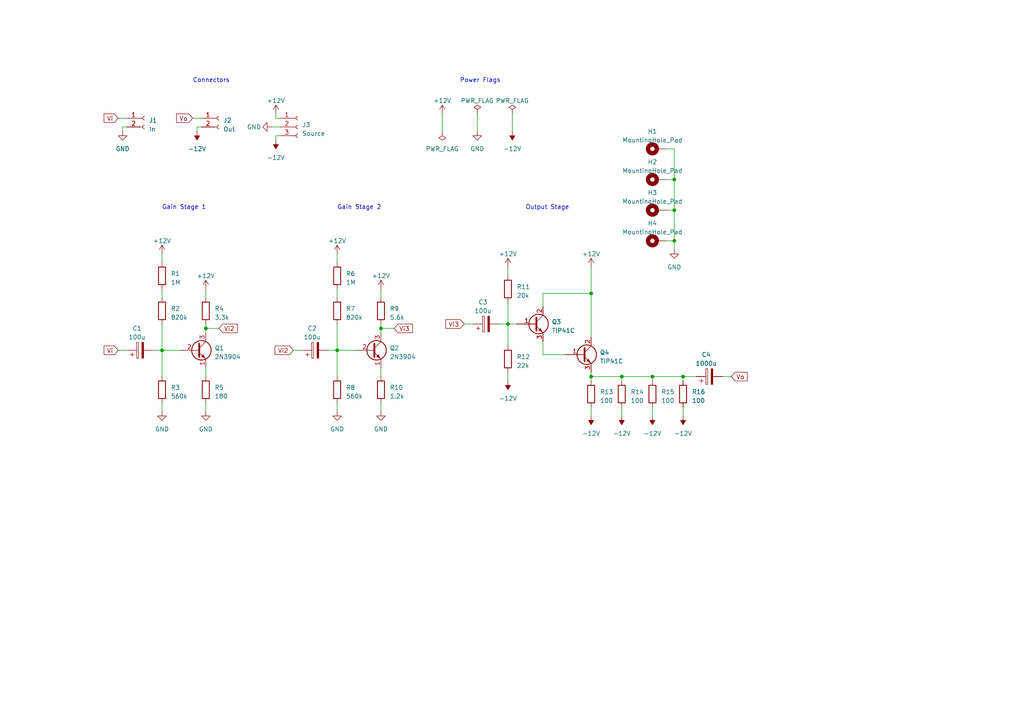
<source format=kicad_sch>
(kicad_sch (version 20230121) (generator eeschema)
  (paper "A4")
  (lib_symbols
    (symbol "Connector:Conn_01x02_Socket" (pin_names (offset 1.016) hide)
      (property "Reference" "J" (at 0 2.54 0))
      (property "Value" "Conn_01x02_Socket" (at 0 -5.08 0))
      (symbol "Conn_01x02_Socket_1_1"
        (arc (start 0 -2.032) (mid -0.5058 -2.54) (end 0 -3.048) (stroke (width 0.1524)))
        (polyline (pts (xy -1.27 -2.54) (xy -0.508 -2.54)) (stroke (width 0.1524)))
        (polyline (pts (xy -1.27 0) (xy -0.508 0)) (stroke (width 0.1524)))
        (arc (start 0 0.508) (mid -0.5058 0) (end 0 -0.508) (stroke (width 0.1524)))
        (pin passive line (at -5.08 0 0) (length 3.81) (name "Pin_1") (number "1"))
        (pin passive line (at -5.08 -2.54 0) (length 3.81) (name "Pin_2") (number "2"))
      )
    )
    (symbol "Connector:Conn_01x03_Socket" (pin_names (offset 1.016) hide)
      (property "Reference" "J" (at 0 5.08 0))
      (property "Value" "Conn_01x03_Socket" (at 0 -5.08 0))
      (symbol "Conn_01x03_Socket_1_1"
        (arc (start 0 -2.032) (mid -0.5058 -2.54) (end 0 -3.048) (stroke (width 0.1524)))
        (polyline (pts (xy -1.27 -2.54) (xy -0.508 -2.54)) (stroke (width 0.1524)))
        (polyline (pts (xy -1.27 0) (xy -0.508 0)) (stroke (width 0.1524)))
        (polyline (pts (xy -1.27 2.54) (xy -0.508 2.54)) (stroke (width 0.1524)))
        (arc (start 0 0.508) (mid -0.5058 0) (end 0 -0.508) (stroke (width 0.1524)))
        (arc (start 0 3.048) (mid -0.5058 2.54) (end 0 2.032) (stroke (width 0.1524)))
        (pin passive line (at -5.08 2.54 0) (length 3.81) (name "Pin_1") (number "1"))
        (pin passive line (at -5.08 0 0) (length 3.81) (name "Pin_2") (number "2"))
        (pin passive line (at -5.08 -2.54 0) (length 3.81) (name "Pin_3") (number "3"))
      )
    )
    (symbol "Device:C_Polarized" (pin_numbers hide) (pin_names (offset 0.254))
      (property "Reference" "C" (at 0.635 2.54 0))
      (property "Value" "C_Polarized" (at 0.635 -2.54 0))
      (symbol "C_Polarized_0_1"
        (rectangle (start -2.286 0.508) (end 2.286 1.016))
        (polyline (pts (xy -1.778 2.286) (xy -0.762 2.286)))
        (polyline (pts (xy -1.27 2.794) (xy -1.27 1.778)))
        (rectangle (start 2.286 -0.508) (end -2.286 -1.016) (fill (type outline)))
      )
      (symbol "C_Polarized_1_1"
        (pin passive line (at 0 3.81 270) (length 2.794) (name "~") (number "1"))
        (pin passive line (at 0 -3.81 90) (length 2.794) (name "~") (number "2"))
      )
    )
    (symbol "Device:R" (pin_numbers hide) (pin_names (offset 0))
      (property "Reference" "R" (at 2.032 0 90))
      (property "Value" "R" (at 0 0 90))
      (symbol "R_0_1"
        (rectangle (start -1.016 -2.54) (end 1.016 2.54) (stroke (width 0.254)))
      )
      (symbol "R_1_1"
        (pin passive line (at 0 3.81 270) (length 1.27) (name "~") (number "1"))
        (pin passive line (at 0 -3.81 90) (length 1.27) (name "~") (number "2"))
      )
    )
    (symbol "Mechanical:MountingHole_Pad" (pin_numbers hide) (pin_names (offset 1.016) hide)
      (property "Reference" "H" (at 0 6.35 0))
      (property "Value" "MountingHole_Pad" (at 0 4.445 0))
      (symbol "MountingHole_Pad_0_1"
        (circle (center 0 1.27) (radius 1.27) (stroke (width 1.27)))
      )
      (symbol "MountingHole_Pad_1_1"
        (pin input line (at 0 -2.54 90) (length 2.54) (name "1") (number "1"))
      )
    )
    (symbol "Transistor_BJT:2N3904" (pin_names (offset 0) hide)
      (property "Reference" "Q" (at 5.08 1.905 0))
      (property "Value" "2N3904" (at 5.08 0 0))
      (symbol "2N3904_0_1"
        (polyline (pts (xy 0.635 0.635) (xy 2.54 2.54)))
        (polyline (pts (xy 0.635 -0.635) (xy 2.54 -2.54) (xy 2.54 -2.54)))
        (polyline (pts (xy 0.635 1.905) (xy 0.635 -1.905) (xy 0.635 -1.905)) (stroke (width 0.508)))
        (polyline (pts (xy 1.27 -1.778) (xy 1.778 -1.27) (xy 2.286 -2.286) (xy 1.27 -1.778) (xy 1.27 -1.778)) (fill (type outline)))
        (circle (center 1.27 0) (radius 2.8194) (stroke (width 0.254)))
      )
      (symbol "2N3904_1_1"
        (pin passive line (at 2.54 -5.08 90) (length 2.54) (name "E") (number "1"))
        (pin passive line (at -5.08 0 0) (length 5.715) (name "B") (number "2"))
        (pin passive line (at 2.54 5.08 270) (length 2.54) (name "C") (number "3"))
      )
    )
    (symbol "Transistor_BJT:TIP41C" (pin_names (offset 0) hide)
      (property "Reference" "Q" (at 6.35 1.905 0))
      (property "Value" "TIP41C" (at 6.35 0 0))
      (symbol "TIP41C_0_1"
        (polyline (pts (xy 0.635 0.635) (xy 2.54 2.54)))
        (polyline (pts (xy 0.635 -0.635) (xy 2.54 -2.54) (xy 2.54 -2.54)))
        (polyline (pts (xy 0.635 1.905) (xy 0.635 -1.905) (xy 0.635 -1.905)) (stroke (width 0.508)))
        (polyline (pts (xy 1.27 -1.778) (xy 1.778 -1.27) (xy 2.286 -2.286) (xy 1.27 -1.778) (xy 1.27 -1.778)) (fill (type outline)))
        (circle (center 1.27 0) (radius 2.8194) (stroke (width 0.254)))
      )
      (symbol "TIP41C_1_1"
        (pin input line (at -5.08 0 0) (length 5.715) (name "B") (number "1"))
        (pin passive line (at 2.54 5.08 270) (length 2.54) (name "C") (number "2"))
        (pin passive line (at 2.54 -5.08 90) (length 2.54) (name "E") (number "3"))
      )
    )
    (symbol "power:+12V" (power) (pin_names (offset 0))
      (property "Value" "+12V" (at 0 3.556 0))
      (symbol "+12V_0_1"
        (polyline (pts (xy -0.762 1.27) (xy 0 2.54)))
        (polyline (pts (xy 0 0) (xy 0 2.54)))
        (polyline (pts (xy 0 2.54) (xy 0.762 1.27)))
      )
      (symbol "+12V_1_1"
        (pin power_in line (at 0 0 90) (length 0) hide (name "+12V") (number "1"))
      )
    )
    (symbol "power:-12V" (power) (pin_names (offset 0))
      (property "Value" "-12V" (at 0 3.81 0))
      (symbol "-12V_0_0"
        (pin power_in line (at 0 0 90) (length 0) hide (name "-12V") (number "1"))
      )
      (symbol "-12V_0_1"
        (polyline (pts (xy 0 0) (xy 0 1.27) (xy 0.762 1.27) (xy 0 2.54) (xy -0.762 1.27) (xy 0 1.27)) (fill (type outline)))
      )
    )
    (symbol "power:GND" (power) (pin_names (offset 0))
      (property "Value" "GND" (at 0 -3.81 0))
      (symbol "GND_0_1"
        (polyline (pts (xy 0 0) (xy 0 -1.27) (xy 1.27 -1.27) (xy 0 -2.54) (xy -1.27 -1.27) (xy 0 -1.27)))
      )
      (symbol "GND_1_1"
        (pin power_in line (at 0 0 270) (length 0) hide (name "GND") (number "1"))
      )
    )
    (symbol "power:PWR_FLAG" (power) (pin_numbers hide) (pin_names (offset 0) hide)
      (property "Value" "PWR_FLAG" (at 0 3.81 0))
      (symbol "PWR_FLAG_0_0"
        (pin power_out line (at 0 0 90) (length 0) (name "pwr") (number "1"))
      )
      (symbol "PWR_FLAG_0_1"
        (polyline (pts (xy 0 0) (xy 0 1.27) (xy -1.016 1.905) (xy 0 2.54) (xy 1.016 1.905) (xy 0 1.27)))
      )
    )
  )
  (junction (at 97.79 101.6))
  (junction (at 195.58 52.07))
  (junction (at 171.45 85.09))
  (junction (at 46.99 101.6))
  (junction (at 59.69 95.25))
  (junction (at 147.32 93.98))
  (junction (at 195.58 69.85))
  (junction (at 198.12 109.22))
  (junction (at 171.45 109.22))
  (junction (at 195.58 60.96))
  (junction (at 180.34 109.22))
  (junction (at 110.49 95.25))
  (junction (at 189.23 109.22))
  (wire (pts (xy 157.48 102.87) (xy 163.83 102.87)))
  (wire (pts (xy 209.55 109.22) (xy 212.09 109.22)))
  (wire (pts (xy 171.45 107.95) (xy 171.45 109.22)))
  (wire (pts (xy 180.34 118.11) (xy 180.34 120.65)))
  (wire (pts (xy 147.32 107.95) (xy 147.32 110.49)))
  (wire (pts (xy 97.79 116.84) (xy 97.79 119.38)))
  (wire (pts (xy 110.49 83.82) (xy 110.49 86.36)))
  (wire (pts (xy 57.15 36.83) (xy 58.42 36.83)))
  (wire (pts (xy 78.74 36.83) (xy 81.28 36.83)))
  (wire (pts (xy 46.99 93.98) (xy 46.99 101.6)))
  (wire (pts (xy 195.58 52.07) (xy 195.58 60.96)))
  (wire (pts (xy 138.43 33.02) (xy 138.43 38.1)))
  (wire (pts (xy 97.79 73.66) (xy 97.79 76.2)))
  (wire (pts (xy 171.45 85.09) (xy 171.45 97.79)))
  (wire (pts (xy 195.58 60.96) (xy 195.58 69.85)))
  (wire (pts (xy 134.62 93.98) (xy 137.16 93.98)))
  (wire (pts (xy 59.69 93.98) (xy 59.69 95.25)))
  (wire (pts (xy 34.29 101.6) (xy 36.83 101.6)))
  (wire (pts (xy 97.79 101.6) (xy 102.87 101.6)))
  (wire (pts (xy 46.99 101.6) (xy 46.99 109.22)))
  (wire (pts (xy 110.49 116.84) (xy 110.49 119.38)))
  (wire (pts (xy 95.25 101.6) (xy 97.79 101.6)))
  (wire (pts (xy 52.07 101.6) (xy 46.99 101.6)))
  (wire (pts (xy 147.32 77.47) (xy 147.32 80.01)))
  (wire (pts (xy 58.42 34.29) (xy 55.88 34.29)))
  (wire (pts (xy 180.34 109.22) (xy 180.34 110.49)))
  (wire (pts (xy 148.59 33.02) (xy 148.59 38.1)))
  (wire (pts (xy 44.45 101.6) (xy 46.99 101.6)))
  (wire (pts (xy 110.49 95.25) (xy 114.3 95.25)))
  (wire (pts (xy 189.23 109.22) (xy 198.12 109.22)))
  (wire (pts (xy 34.29 34.29) (xy 36.83 34.29)))
  (wire (pts (xy 97.79 93.98) (xy 97.79 101.6)))
  (wire (pts (xy 80.01 34.29) (xy 81.28 34.29)))
  (wire (pts (xy 198.12 118.11) (xy 198.12 120.65)))
  (wire (pts (xy 57.15 36.83) (xy 57.15 38.1)))
  (wire (pts (xy 147.32 93.98) (xy 149.86 93.98)))
  (wire (pts (xy 97.79 101.6) (xy 97.79 109.22)))
  (wire (pts (xy 147.32 87.63) (xy 147.32 93.98)))
  (wire (pts (xy 195.58 69.85) (xy 195.58 72.39)))
  (wire (pts (xy 80.01 33.02) (xy 80.01 34.29)))
  (wire (pts (xy 97.79 83.82) (xy 97.79 86.36)))
  (wire (pts (xy 198.12 109.22) (xy 198.12 110.49)))
  (wire (pts (xy 35.56 38.1) (xy 35.56 36.83)))
  (wire (pts (xy 171.45 109.22) (xy 180.34 109.22)))
  (wire (pts (xy 195.58 43.18) (xy 195.58 52.07)))
  (wire (pts (xy 189.23 118.11) (xy 189.23 120.65)))
  (wire (pts (xy 59.69 95.25) (xy 63.5 95.25)))
  (wire (pts (xy 147.32 93.98) (xy 147.32 100.33)))
  (wire (pts (xy 171.45 109.22) (xy 171.45 110.49)))
  (wire (pts (xy 46.99 83.82) (xy 46.99 86.36)))
  (wire (pts (xy 85.09 101.6) (xy 87.63 101.6)))
  (wire (pts (xy 110.49 106.68) (xy 110.49 109.22)))
  (wire (pts (xy 193.04 43.18) (xy 195.58 43.18)))
  (wire (pts (xy 193.04 60.96) (xy 195.58 60.96)))
  (wire (pts (xy 157.48 88.9) (xy 157.48 85.09)))
  (wire (pts (xy 59.69 95.25) (xy 59.69 96.52)))
  (wire (pts (xy 189.23 109.22) (xy 189.23 110.49)))
  (wire (pts (xy 46.99 116.84) (xy 46.99 119.38)))
  (wire (pts (xy 59.69 116.84) (xy 59.69 119.38)))
  (wire (pts (xy 35.56 36.83) (xy 36.83 36.83)))
  (wire (pts (xy 198.12 109.22) (xy 201.93 109.22)))
  (wire (pts (xy 193.04 52.07) (xy 195.58 52.07)))
  (wire (pts (xy 81.28 39.37) (xy 80.01 39.37)))
  (wire (pts (xy 144.78 93.98) (xy 147.32 93.98)))
  (wire (pts (xy 46.99 73.66) (xy 46.99 76.2)))
  (wire (pts (xy 59.69 83.82) (xy 59.69 86.36)))
  (wire (pts (xy 180.34 109.22) (xy 189.23 109.22)))
  (wire (pts (xy 110.49 93.98) (xy 110.49 95.25)))
  (wire (pts (xy 193.04 69.85) (xy 195.58 69.85)))
  (wire (pts (xy 110.49 95.25) (xy 110.49 96.52)))
  (wire (pts (xy 157.48 85.09) (xy 171.45 85.09)))
  (wire (pts (xy 171.45 120.65) (xy 171.45 118.11)))
  (wire (pts (xy 59.69 106.68) (xy 59.69 109.22)))
  (wire (pts (xy 171.45 77.47) (xy 171.45 85.09)))
  (wire (pts (xy 157.48 99.06) (xy 157.48 102.87)))
  (wire (pts (xy 80.01 39.37) (xy 80.01 40.64)))
  (wire (pts (xy 128.27 33.02) (xy 128.27 38.1)))
  (text "Connectors" (at 55.88 24.13 0) (effects (font (size 1.27 1.27)) (justify left bottom)))
  (text "Gain Stage 2" (at 97.79 60.96 0) (effects (font (size 1.27 1.27)) (justify left bottom)))
  (text "Gain Stage 1" (at 46.99 60.96 0) (effects (font (size 1.27 1.27)) (justify left bottom)))
  (text "Output Stage" (at 152.4 60.96 0) (effects (font (size 1.27 1.27)) (justify left bottom)))
  (text "Power Flags" (at 133.35 24.13 0) (effects (font (size 1.27 1.27)) (justify left bottom)))
  (global_label "Vi2" (shape input) (at 63.5 95.25 0) (property "Intersheetrefs" "${INTERSHEET_REFS}" (effects hide)))
  (global_label "Vi3" (shape input) (at 114.3 95.25 0) (property "Intersheetrefs" "${INTERSHEET_REFS}" (effects hide)))
  (global_label "Vo" (shape input) (at 55.88 34.29 180) (property "Intersheetrefs" "${INTERSHEET_REFS}" (effects hide)))
  (global_label "Vi2" (shape input) (at 85.09 101.6 180) (property "Intersheetrefs" "${INTERSHEET_REFS}" (effects hide)))
  (global_label "Vi" (shape input) (at 34.29 101.6 180) (property "Intersheetrefs" "${INTERSHEET_REFS}" (effects hide)))
  (global_label "Vi" (shape input) (at 34.29 34.29 180) (property "Intersheetrefs" "${INTERSHEET_REFS}" (effects hide)))
  (global_label "Vi3" (shape input) (at 134.62 93.98 180) (property "Intersheetrefs" "${INTERSHEET_REFS}" (effects hide)))
  (global_label "Vo" (shape input) (at 212.09 109.22 0) (property "Intersheetrefs" "${INTERSHEET_REFS}" (effects hide)))
  (symbol (lib_id "power:PWR_FLAG") (at 148.59 33.02 0) (unit 1)
    (property "Reference" "#FLG03" (effects hide))
    (property "Value" "PWR_FLAG" (at 148.59 29.21 0))
  )
  (symbol (lib_id "Transistor_BJT:TIP41C") (at 154.94 93.98 0) (unit 1)
    (property "Reference" "Q3" (at 160.02 93.345 0) (effects (justify left)))
    (property "Value" "TIP41C" (at 160.02 95.885 0) (effects (justify left)))
    (property "Footprint" "Package_TO_SOT_THT:TO-220-3_Vertical" (effects hide))
    (property "Datasheet" "https://www.centralsemi.com/get_document.php?cmp=1&mergetype=pd&mergepath=pd&pdf_id=tip41.PDF" (effects hide))
  )
  (symbol (lib_id "power:-12V") (at 189.23 120.65 180) (unit 1)
    (property "Reference" "#PWR022" (effects hide))
    (property "Value" "-12V" (at 189.23 125.73 0))
  )
  (symbol (lib_id "Device:C_Polarized") (at 140.97 93.98 90) (unit 1)
    (property "Reference" "C3" (at 140.081 87.63 90))
    (property "Value" "100u" (at 140.081 90.17 90))
    (property "Footprint" "Capacitor_THT:CP_Radial_D8.0mm_P3.50mm" (effects hide))
  )
  (symbol (lib_id "power:+12V") (at 147.32 77.47 0) (unit 1)
    (property "Reference" "#PWR016" (effects hide))
    (property "Value" "+12V" (at 147.32 73.66 0))
  )
  (symbol (lib_id "Transistor_BJT:2N3904") (at 107.95 101.6 0) (unit 1)
    (property "Reference" "Q2" (at 113.03 100.965 0) (effects (justify left)))
    (property "Value" "2N3904" (at 113.03 103.505 0) (effects (justify left)))
    (property "Footprint" "Package_TO_SOT_THT:TO-92_Inline" (effects hide))
    (property "Datasheet" "https://www.onsemi.com/pub/Collateral/2N3903-D.PDF" (effects hide))
  )
  (symbol (lib_id "power:GND") (at 35.56 38.1 0) (unit 1)
    (property "Reference" "#PWR01" (effects hide))
    (property "Value" "GND" (at 35.56 43.18 0))
  )
  (symbol (lib_id "power:-12V") (at 198.12 120.65 180) (unit 1)
    (property "Reference" "#PWR023" (effects hide))
    (property "Value" "-12V" (at 198.12 125.73 0))
  )
  (symbol (lib_id "power:GND") (at 59.69 119.38 0) (unit 1)
    (property "Reference" "#PWR06" (effects hide))
    (property "Value" "GND" (at 59.69 124.46 0))
  )
  (symbol (lib_id "power:+12V") (at 128.27 33.02 0) (unit 1)
    (property "Reference" "#PWR014" (effects hide))
    (property "Value" "+12V" (at 128.27 29.21 0))
  )
  (symbol (lib_id "power:GND") (at 46.99 119.38 0) (unit 1)
    (property "Reference" "#PWR03" (effects hide))
    (property "Value" "GND" (at 46.99 124.46 0))
  )
  (symbol (lib_id "Device:R") (at 46.99 113.03 0) (unit 1)
    (property "Reference" "R3" (at 49.53 112.395 0) (effects (justify left)))
    (property "Value" "560k" (at 49.53 114.935 0) (effects (justify left)))
    (property "Footprint" "Resistor_THT:R_Axial_DIN0411_L9.9mm_D3.6mm_P15.24mm_Horizontal" (effects hide))
  )
  (symbol (lib_id "Device:R") (at 171.45 114.3 0) (unit 1)
    (property "Reference" "R13" (at 173.99 113.665 0) (effects (justify left)))
    (property "Value" "100" (at 173.99 116.205 0) (effects (justify left)))
    (property "Footprint" "Resistor_THT:R_Axial_DIN0411_L9.9mm_D3.6mm_P15.24mm_Horizontal" (effects hide))
  )
  (symbol (lib_id "Device:R") (at 46.99 90.17 0) (unit 1)
    (property "Reference" "R2" (at 49.53 89.535 0) (effects (justify left)))
    (property "Value" "820k" (at 49.53 92.075 0) (effects (justify left)))
    (property "Footprint" "Resistor_THT:R_Axial_DIN0411_L9.9mm_D3.6mm_P15.24mm_Horizontal" (effects hide))
  )
  (symbol (lib_id "power:-12V") (at 147.32 110.49 180) (unit 1)
    (property "Reference" "#PWR017" (effects hide))
    (property "Value" "-12V" (at 147.32 115.57 0))
  )
  (symbol (lib_id "Connector:Conn_01x03_Socket") (at 86.36 36.83 0) (unit 1)
    (property "Reference" "J3" (at 87.63 36.195 0) (effects (justify left)))
    (property "Value" "Source" (at 87.63 38.735 0) (effects (justify left)))
    (property "Footprint" "TerminalBlock_Phoenix:TerminalBlock_Phoenix_MKDS-1,5-3_1x03_P5.00mm_Horizontal" (effects hide))
  )
  (symbol (lib_id "power:GND") (at 195.58 72.39 0) (unit 1)
    (property "Reference" "#PWR024" (effects hide))
    (property "Value" "GND" (at 195.58 77.47 0))
  )
  (symbol (lib_id "Device:R") (at 147.32 104.14 0) (unit 1)
    (property "Reference" "R12" (at 149.86 103.505 0) (effects (justify left)))
    (property "Value" "22k" (at 149.86 106.045 0) (effects (justify left)))
    (property "Footprint" "Resistor_THT:R_Axial_DIN0411_L9.9mm_D3.6mm_P15.24mm_Horizontal" (effects hide))
  )
  (symbol (lib_id "power:+12V") (at 80.01 33.02 0) (unit 1)
    (property "Reference" "#PWR08" (effects hide))
    (property "Value" "+12V" (at 80.01 29.21 0))
  )
  (symbol (lib_id "Device:R") (at 110.49 90.17 0) (unit 1)
    (property "Reference" "R9" (at 113.03 89.535 0) (effects (justify left)))
    (property "Value" "5.6k" (at 113.03 92.075 0) (effects (justify left)))
    (property "Footprint" "Resistor_THT:R_Axial_DIN0411_L9.9mm_D3.6mm_P15.24mm_Horizontal" (effects hide))
  )
  (symbol (lib_id "power:+12V") (at 97.79 73.66 0) (unit 1)
    (property "Reference" "#PWR010" (effects hide))
    (property "Value" "+12V" (at 97.79 69.85 0))
  )
  (symbol (lib_id "power:+12V") (at 46.99 73.66 0) (unit 1)
    (property "Reference" "#PWR02" (effects hide))
    (property "Value" "+12V" (at 46.99 69.85 0))
  )
  (symbol (lib_id "Device:R") (at 97.79 80.01 0) (unit 1)
    (property "Reference" "R6" (at 100.33 79.375 0) (effects (justify left)))
    (property "Value" "1M" (at 100.33 81.915 0) (effects (justify left)))
    (property "Footprint" "Resistor_THT:R_Axial_DIN0411_L9.9mm_D3.6mm_P15.24mm_Horizontal" (effects hide))
  )
  (symbol (lib_id "Device:R") (at 198.12 114.3 0) (unit 1)
    (property "Reference" "R16" (at 200.66 113.665 0) (effects (justify left)))
    (property "Value" "100" (at 200.66 116.205 0) (effects (justify left)))
    (property "Footprint" "Resistor_THT:R_Axial_DIN0411_L9.9mm_D3.6mm_P15.24mm_Horizontal" (effects hide))
  )
  (symbol (lib_id "Device:C_Polarized") (at 91.44 101.6 90) (unit 1)
    (property "Reference" "C2" (at 90.551 95.25 90))
    (property "Value" "100u" (at 90.551 97.79 90))
    (property "Footprint" "Capacitor_THT:CP_Radial_D8.0mm_P3.50mm" (effects hide))
  )
  (symbol (lib_id "Connector:Conn_01x02_Socket") (at 63.5 34.29 0) (unit 1)
    (property "Reference" "J2" (at 64.77 34.925 0) (effects (justify left)))
    (property "Value" "Out" (at 64.77 37.465 0) (effects (justify left)))
    (property "Footprint" "TerminalBlock_Phoenix:TerminalBlock_Phoenix_MKDS-1,5-2_1x02_P5.00mm_Horizontal" (effects hide))
  )
  (symbol (lib_id "power:-12V") (at 57.15 38.1 180) (unit 1)
    (property "Reference" "#PWR04" (effects hide))
    (property "Value" "-12V" (at 57.15 43.18 0))
  )
  (symbol (lib_id "power:-12V") (at 180.34 120.65 180) (unit 1)
    (property "Reference" "#PWR021" (effects hide))
    (property "Value" "-12V" (at 180.34 125.73 0))
  )
  (symbol (lib_id "power:GND") (at 110.49 119.38 0) (unit 1)
    (property "Reference" "#PWR013" (effects hide))
    (property "Value" "GND" (at 110.49 124.46 0))
  )
  (symbol (lib_id "power:GND") (at 78.74 36.83 270) (unit 1)
    (property "Reference" "#PWR07" (effects hide))
    (property "Value" "GND" (at 73.66 36.83 90))
  )
  (symbol (lib_id "power:GND") (at 97.79 119.38 0) (unit 1)
    (property "Reference" "#PWR011" (effects hide))
    (property "Value" "GND" (at 97.79 124.46 0))
  )
  (symbol (lib_id "Device:C_Polarized") (at 40.64 101.6 90) (unit 1)
    (property "Reference" "C1" (at 39.751 95.25 90))
    (property "Value" "100u" (at 39.751 97.79 90))
    (property "Footprint" "Capacitor_THT:CP_Radial_D8.0mm_P3.50mm" (effects hide))
  )
  (symbol (lib_id "power:+12V") (at 110.49 83.82 0) (unit 1)
    (property "Reference" "#PWR012" (effects hide))
    (property "Value" "+12V" (at 110.49 80.01 0))
  )
  (symbol (lib_id "Device:R") (at 59.69 90.17 0) (unit 1)
    (property "Reference" "R4" (at 62.23 89.535 0) (effects (justify left)))
    (property "Value" "3.3k" (at 62.23 92.075 0) (effects (justify left)))
    (property "Footprint" "Resistor_THT:R_Axial_DIN0411_L9.9mm_D3.6mm_P15.24mm_Horizontal" (effects hide))
  )
  (symbol (lib_id "power:+12V") (at 59.69 83.82 0) (unit 1)
    (property "Reference" "#PWR05" (effects hide))
    (property "Value" "+12V" (at 59.69 80.01 0))
  )
  (symbol (lib_id "power:PWR_FLAG") (at 128.27 38.1 180) (unit 1)
    (property "Reference" "#FLG01" (effects hide))
    (property "Value" "PWR_FLAG" (at 128.27 43.18 0))
  )
  (symbol (lib_id "Device:R") (at 110.49 113.03 0) (unit 1)
    (property "Reference" "R10" (at 113.03 112.395 0) (effects (justify left)))
    (property "Value" "1.2k" (at 113.03 114.935 0) (effects (justify left)))
    (property "Footprint" "Resistor_THT:R_Axial_DIN0411_L9.9mm_D3.6mm_P15.24mm_Horizontal" (effects hide))
  )
  (symbol (lib_id "Device:R") (at 97.79 90.17 0) (unit 1)
    (property "Reference" "R7" (at 100.33 89.535 0) (effects (justify left)))
    (property "Value" "820k" (at 100.33 92.075 0) (effects (justify left)))
    (property "Footprint" "Resistor_THT:R_Axial_DIN0411_L9.9mm_D3.6mm_P15.24mm_Horizontal" (effects hide))
  )
  (symbol (lib_id "Mechanical:MountingHole_Pad") (at 190.5 52.07 90) (unit 1)
    (property "Reference" "H2" (at 189.23 46.99 90))
    (property "Value" "MountingHole_Pad" (at 189.23 49.53 90))
    (property "Footprint" "MountingHole:MountingHole_2.5mm_Pad" (effects hide))
  )
  (symbol (lib_id "Device:R") (at 147.32 83.82 0) (unit 1)
    (property "Reference" "R11" (at 149.86 83.185 0) (effects (justify left)))
    (property "Value" "20k" (at 149.86 85.725 0) (effects (justify left)))
    (property "Footprint" "Resistor_THT:R_Axial_DIN0411_L9.9mm_D3.6mm_P15.24mm_Horizontal" (effects hide))
  )
  (symbol (lib_id "Mechanical:MountingHole_Pad") (at 190.5 69.85 90) (unit 1)
    (property "Reference" "H4" (at 189.23 64.77 90))
    (property "Value" "MountingHole_Pad" (at 189.23 67.31 90))
    (property "Footprint" "MountingHole:MountingHole_2.5mm_Pad" (effects hide))
  )
  (symbol (lib_id "Device:R") (at 180.34 114.3 0) (unit 1)
    (property "Reference" "R14" (at 182.88 113.665 0) (effects (justify left)))
    (property "Value" "100" (at 182.88 116.205 0) (effects (justify left)))
    (property "Footprint" "Resistor_THT:R_Axial_DIN0411_L9.9mm_D3.6mm_P15.24mm_Horizontal" (effects hide))
  )
  (symbol (lib_id "Transistor_BJT:TIP41C") (at 168.91 102.87 0) (unit 1)
    (property "Reference" "Q4" (at 173.99 102.235 0) (effects (justify left)))
    (property "Value" "TIP41C" (at 173.99 104.775 0) (effects (justify left)))
    (property "Footprint" "Package_TO_SOT_THT:TO-220-3_Vertical" (effects hide))
    (property "Datasheet" "https://www.centralsemi.com/get_document.php?cmp=1&mergetype=pd&mergepath=pd&pdf_id=tip41.PDF" (effects hide))
  )
  (symbol (lib_id "power:-12V") (at 171.45 120.65 180) (unit 1)
    (property "Reference" "#PWR020" (effects hide))
    (property "Value" "-12V" (at 171.45 125.73 0))
  )
  (symbol (lib_id "Mechanical:MountingHole_Pad") (at 190.5 43.18 90) (unit 1)
    (property "Reference" "H1" (at 189.23 38.1 90))
    (property "Value" "MountingHole_Pad" (at 189.23 40.64 90))
    (property "Footprint" "MountingHole:MountingHole_2.5mm_Pad" (effects hide))
  )
  (symbol (lib_id "Device:R") (at 97.79 113.03 0) (unit 1)
    (property "Reference" "R8" (at 100.33 112.395 0) (effects (justify left)))
    (property "Value" "560k" (at 100.33 114.935 0) (effects (justify left)))
    (property "Footprint" "Resistor_THT:R_Axial_DIN0411_L9.9mm_D3.6mm_P15.24mm_Horizontal" (effects hide))
  )
  (symbol (lib_id "power:PWR_FLAG") (at 138.43 33.02 0) (unit 1)
    (property "Reference" "#FLG02" (effects hide))
    (property "Value" "PWR_FLAG" (at 138.43 29.21 0))
  )
  (symbol (lib_id "power:-12V") (at 80.01 40.64 180) (unit 1)
    (property "Reference" "#PWR09" (effects hide))
    (property "Value" "-12V" (at 80.01 45.72 0))
  )
  (symbol (lib_id "Device:R") (at 189.23 114.3 0) (unit 1)
    (property "Reference" "R15" (at 191.77 113.665 0) (effects (justify left)))
    (property "Value" "100" (at 191.77 116.205 0) (effects (justify left)))
    (property "Footprint" "Resistor_THT:R_Axial_DIN0411_L9.9mm_D3.6mm_P15.24mm_Horizontal" (effects hide))
  )
  (symbol (lib_id "power:-12V") (at 148.59 38.1 180) (unit 1)
    (property "Reference" "#PWR018" (effects hide))
    (property "Value" "-12V" (at 148.59 43.18 0))
  )
  (symbol (lib_id "Device:C_Polarized") (at 205.74 109.22 90) (unit 1)
    (property "Reference" "C4" (at 204.851 102.87 90))
    (property "Value" "1000u" (at 204.851 105.41 90))
    (property "Footprint" "Capacitor_THT:CP_Radial_D12.5mm_P5.00mm" (effects hide))
  )
  (symbol (lib_id "Device:R") (at 46.99 80.01 0) (unit 1)
    (property "Reference" "R1" (at 49.53 79.375 0) (effects (justify left)))
    (property "Value" "1M" (at 49.53 81.915 0) (effects (justify left)))
    (property "Footprint" "Resistor_THT:R_Axial_DIN0411_L9.9mm_D3.6mm_P15.24mm_Horizontal" (effects hide))
  )
  (symbol (lib_id "power:+12V") (at 171.45 77.47 0) (unit 1)
    (property "Reference" "#PWR019" (effects hide))
    (property "Value" "+12V" (at 171.45 73.66 0))
  )
  (symbol (lib_id "power:GND") (at 138.43 38.1 0) (unit 1)
    (property "Reference" "#PWR015" (effects hide))
    (property "Value" "GND" (at 138.43 43.18 0))
  )
  (symbol (lib_id "Connector:Conn_01x02_Socket") (at 41.91 34.29 0) (unit 1)
    (property "Reference" "J1" (at 43.18 34.925 0) (effects (justify left)))
    (property "Value" "In" (at 43.18 37.465 0) (effects (justify left)))
    (property "Footprint" "TerminalBlock_Phoenix:TerminalBlock_Phoenix_MKDS-1,5-2_1x02_P5.00mm_Horizontal" (effects hide))
  )
  (symbol (lib_id "Mechanical:MountingHole_Pad") (at 190.5 60.96 90) (unit 1)
    (property "Reference" "H3" (at 189.23 55.88 90))
    (property "Value" "MountingHole_Pad" (at 189.23 58.42 90))
    (property "Footprint" "MountingHole:MountingHole_2.5mm_Pad" (effects hide))
  )
  (symbol (lib_id "Device:R") (at 59.69 113.03 0) (unit 1)
    (property "Reference" "R5" (at 62.23 112.395 0) (effects (justify left)))
    (property "Value" "180" (at 62.23 114.935 0) (effects (justify left)))
    (property "Footprint" "Resistor_THT:R_Axial_DIN0411_L9.9mm_D3.6mm_P15.24mm_Horizontal" (effects hide))
  )
  (symbol (lib_id "Transistor_BJT:2N3904") (at 57.15 101.6 0) (unit 1)
    (property "Reference" "Q1" (at 62.23 100.965 0) (effects (justify left)))
    (property "Value" "2N3904" (at 62.23 103.505 0) (effects (justify left)))
    (property "Footprint" "Package_TO_SOT_THT:TO-92_Inline" (effects hide))
    (property "Datasheet" "https://www.onsemi.com/pub/Collateral/2N3903-D.PDF" (effects hide))
  )
)
</source>
